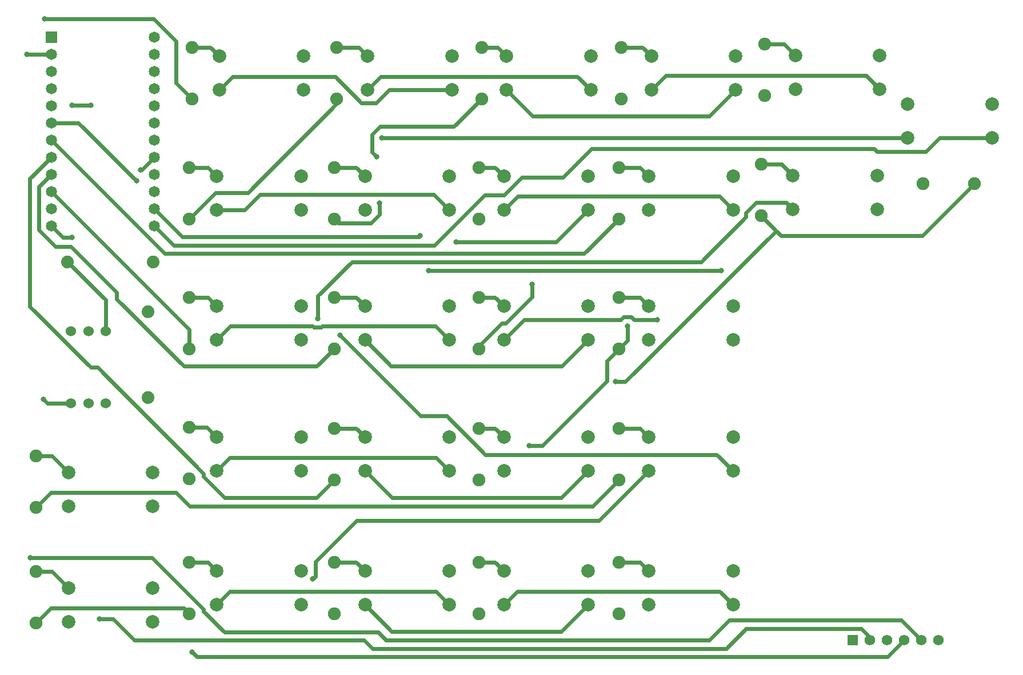
<source format=gtl>
G04 Layer: TopLayer*
G04 EasyEDA v6.1.33, Sat, 27 Apr 2019 13:28:37 GMT*
G04 c1ca82668c2d4d1491ff35bdc25fb94a,6a163e1b02164d1f80322a9964b4fc45,10*
G04 Gerber Generator version 0.2*
G04 Scale: 100 percent, Rotated: No, Reflected: No *
G04 Dimensions in inches *
G04 leading zeros omitted , absolute positions ,2 integer and 4 decimal *
%FSLAX24Y24*%
%MOIN*%
G90*
G70D02*

%ADD11C,0.024000*%
%ADD12C,0.032000*%
%ADD13C,0.065000*%
%ADD14R,0.065000X0.065000*%
%ADD15C,0.078740*%
%ADD16C,0.075000*%
%ADD17C,0.062000*%
%ADD18R,0.062000X0.062000*%
%ADD19C,0.060000*%
%ADD20C,0.074000*%

%LPD*%
G54D11*
G01X35800Y11700D02*
G01X34268Y10169D01*
G01X10767Y10169D01*
G01X9972Y10963D01*
G01X2663Y10963D01*
G01X1800Y10098D01*
G01X10900Y33901D02*
G01X9976Y34825D01*
G01X9976Y37240D01*
G01X8659Y38557D01*
G01X2300Y38557D01*
G01X44972Y26202D02*
G01X45259Y25915D01*
G01X53515Y25915D01*
G01X56550Y28950D01*
G01X44100Y27075D02*
G01X44972Y26202D01*
G01X44972Y26202D02*
G01X36184Y17413D01*
G01X35610Y17413D01*
G01X19200Y11701D02*
G01X18171Y10671D01*
G01X12793Y10671D01*
G01X11582Y11882D01*
G01X11582Y12057D01*
G01X5390Y18250D01*
G01X5003Y18250D01*
G01X1448Y21805D01*
G01X1448Y29248D01*
G01X2700Y30500D01*
G01X27650Y19326D02*
G01X27650Y19494D01*
G01X28981Y20825D01*
G01X29197Y20825D01*
G01X30721Y22348D01*
G01X30721Y23103D01*
G01X52450Y2350D02*
G01X51481Y1380D01*
G01X11189Y1380D01*
G01X10906Y1663D01*
G01X50450Y2350D02*
G01X50450Y2521D01*
G01X49950Y3021D01*
G01X43217Y3021D01*
G01X42057Y1861D01*
G01X21423Y1861D01*
G01X20943Y2342D01*
G01X7539Y2342D01*
G01X6306Y3576D01*
G01X5500Y3576D01*
G01X3846Y16150D02*
G01X2463Y16150D01*
G01X2236Y16376D01*
G01X1284Y36500D02*
G01X2700Y36500D01*
G01X53450Y2350D02*
G01X52269Y3530D01*
G01X42235Y3530D01*
G01X41075Y2369D01*
G01X22217Y2369D01*
G01X21760Y2825D01*
G01X12793Y2825D01*
G01X11582Y4034D01*
G01X11582Y4159D01*
G01X8581Y7161D01*
G01X1453Y7161D01*
G01X19531Y20127D02*
G01X24246Y15411D01*
G01X25757Y15411D01*
G01X27998Y13171D01*
G01X41504Y13171D01*
G01X42459Y12217D01*
G01X24700Y23884D02*
G01X41761Y23884D01*
G01X24198Y25913D02*
G01X24135Y25848D01*
G01X10351Y25848D01*
G01X8700Y27500D01*
G01X52638Y31615D02*
G01X21956Y31615D01*
G01X34009Y27417D02*
G01X32150Y25557D01*
G01X26315Y25557D01*
G01X45938Y27465D02*
G01X45560Y27842D01*
G01X43800Y27842D01*
G01X43214Y27257D01*
G01X43214Y27028D01*
G01X40590Y24405D01*
G01X20230Y24405D01*
G01X18231Y22407D01*
G01X18231Y21098D01*
G01X37538Y12215D02*
G01X34639Y9317D01*
G01X20500Y9317D01*
G01X18089Y6907D01*
G01X18089Y6069D01*
G01X17927Y5907D01*
G01X2700Y28500D02*
G01X10750Y20450D01*
G01X10750Y19326D01*
G01X10750Y26901D02*
G01X12278Y28430D01*
G01X14168Y28430D01*
G01X19350Y33611D01*
G01X19350Y33901D01*
G01X10750Y3901D02*
G01X10438Y4213D01*
G01X2665Y4213D01*
G01X1800Y3348D01*
G01X19200Y19326D02*
G01X18186Y18313D01*
G01X10434Y18313D01*
G01X6514Y22232D01*
G01X6514Y22626D01*
G01X3842Y25298D01*
G01X2932Y25298D01*
G01X1986Y26242D01*
G01X1986Y28786D01*
G01X2700Y29500D01*
G01X21657Y30530D02*
G01X21393Y30794D01*
G01X21393Y31813D01*
G01X21863Y32282D01*
G01X26181Y32282D01*
G01X27800Y33901D01*
G01X19200Y26901D02*
G01X19439Y26661D01*
G01X21347Y26661D01*
G01X21840Y27153D01*
G01X21840Y27811D01*
G01X35800Y26900D02*
G01X33785Y24886D01*
G01X9314Y24886D01*
G01X2700Y31500D01*
G01X36297Y20667D02*
G01X36297Y19823D01*
G01X35800Y19325D01*
G01X30586Y13694D02*
G01X31322Y13694D01*
G01X35089Y17461D01*
G01X35089Y18615D01*
G01X35800Y19325D01*
G01X57559Y31617D02*
G01X54494Y31617D01*
G01X53690Y30813D01*
G01X50854Y30813D01*
G01X50672Y30994D01*
G01X34196Y30994D01*
G01X32526Y29325D01*
G01X30142Y29325D01*
G01X29101Y28284D01*
G01X27956Y28284D01*
G01X25039Y25367D01*
G01X9832Y25367D01*
G01X8700Y26500D01*
G01X26059Y34417D02*
G01X22407Y34417D01*
G01X21652Y33661D01*
G01X20785Y33661D01*
G01X19257Y35188D01*
G01X13260Y35188D01*
G01X12488Y34415D01*
G01X10900Y36901D02*
G01X11971Y36901D01*
G01X12488Y36384D01*
G01X34159Y34417D02*
G01X33385Y35190D01*
G01X21911Y35190D01*
G01X21138Y34415D01*
G01X19350Y36901D02*
G01X20621Y36901D01*
G01X21138Y36384D01*
G01X42609Y34417D02*
G01X41072Y32880D01*
G01X30773Y32880D01*
G01X29238Y34415D01*
G01X27800Y36901D02*
G01X28721Y36901D01*
G01X29238Y36384D01*
G01X51009Y34467D02*
G01X50221Y35255D01*
G01X38527Y35255D01*
G01X37688Y34415D01*
G01X35950Y36900D02*
G01X37172Y36900D01*
G01X37688Y36384D01*
G01X44300Y37075D02*
G01X45447Y37075D01*
G01X46088Y36434D01*
G01X12338Y27415D02*
G01X13968Y27415D01*
G01X14885Y28332D01*
G01X24993Y28332D01*
G01X25909Y27417D01*
G01X10750Y29901D02*
G01X11821Y29901D01*
G01X12338Y29384D01*
G01X19200Y29901D02*
G01X20471Y29901D01*
G01X20988Y29384D01*
G01X42459Y27417D02*
G01X41655Y28221D01*
G01X29893Y28221D01*
G01X29088Y27415D01*
G01X27650Y29901D02*
G01X28571Y29901D01*
G01X29088Y29384D01*
G01X35800Y29900D02*
G01X37022Y29900D01*
G01X37538Y29384D01*
G01X44100Y30075D02*
G01X45297Y30075D01*
G01X45938Y29434D01*
G01X25909Y19842D02*
G01X25102Y20648D01*
G01X18517Y20648D01*
G01X18447Y20578D01*
G01X18015Y20578D01*
G01X17947Y20648D01*
G01X13144Y20648D01*
G01X12338Y19840D01*
G01X10750Y22326D02*
G01X11821Y22326D01*
G01X12338Y21809D01*
G01X34009Y19842D02*
G01X32478Y18311D01*
G01X22517Y18311D01*
G01X20988Y19840D01*
G01X19200Y22326D02*
G01X20471Y22326D01*
G01X20988Y21809D01*
G01X29088Y19840D02*
G01X30260Y21013D01*
G01X35909Y21013D01*
G01X36081Y21188D01*
G01X36514Y21188D01*
G01X36688Y21013D01*
G01X38029Y21013D01*
G01X27650Y22326D02*
G01X28571Y22326D01*
G01X29088Y21809D01*
G01X35800Y22325D02*
G01X37022Y22325D01*
G01X37538Y21809D01*
G01X1800Y13098D02*
G01X2723Y13098D01*
G01X3688Y12134D01*
G01X1800Y6348D02*
G01X2723Y6348D01*
G01X3688Y5384D01*
G01X25909Y12217D02*
G01X25139Y12986D01*
G01X13109Y12986D01*
G01X12338Y12215D01*
G01X10750Y14763D02*
G01X11759Y14763D01*
G01X12338Y14184D01*
G01X34009Y12217D02*
G01X32442Y10650D01*
G01X22553Y10650D01*
G01X20988Y12215D01*
G01X19200Y14701D02*
G01X20471Y14701D01*
G01X20988Y14184D01*
G01X27650Y14701D02*
G01X28571Y14701D01*
G01X29088Y14184D01*
G01X35800Y14700D02*
G01X37022Y14700D01*
G01X37538Y14184D01*
G01X25909Y4417D02*
G01X25135Y5190D01*
G01X13111Y5190D01*
G01X12338Y4415D01*
G01X10750Y6901D02*
G01X11821Y6901D01*
G01X12338Y6384D01*
G01X34009Y4417D02*
G01X32443Y2851D01*
G01X22552Y2851D01*
G01X20988Y4415D01*
G01X19200Y6901D02*
G01X20471Y6901D01*
G01X20988Y6384D01*
G01X42459Y4417D02*
G01X41685Y5190D01*
G01X29861Y5190D01*
G01X29088Y4415D01*
G01X27650Y6901D02*
G01X28571Y6901D01*
G01X29088Y6384D01*
G01X35800Y6900D02*
G01X37022Y6900D01*
G01X37538Y6384D01*
G01X3896Y33525D02*
G01X5011Y33525D01*
G01X3896Y25819D02*
G01X3380Y25819D01*
G01X2700Y26500D01*
G01X8700Y30500D02*
G01X7961Y29761D01*
G01X7917Y29761D01*
G01X2700Y32500D02*
G01X4286Y32500D01*
G01X7677Y29109D01*
G01X3650Y24400D02*
G01X5853Y22196D01*
G01X5853Y20350D01*
G54D13*
G01X2700Y26500D03*
G01X2700Y27500D03*
G01X2700Y28500D03*
G01X2700Y29500D03*
G01X2700Y30500D03*
G01X2700Y31500D03*
G01X2700Y32500D03*
G01X2700Y33500D03*
G01X2700Y34500D03*
G01X2700Y35500D03*
G01X2700Y36500D03*
G54D14*
G01X2700Y37500D03*
G54D13*
G01X8700Y37500D03*
G01X8700Y36500D03*
G01X8700Y35500D03*
G01X8700Y34500D03*
G01X8700Y33500D03*
G01X8700Y32500D03*
G01X8700Y31500D03*
G01X8700Y30500D03*
G01X8700Y29500D03*
G01X8700Y28500D03*
G01X8700Y27500D03*
G01X8700Y26500D03*
G54D15*
G01X17409Y34417D03*
G01X12488Y34415D03*
G01X17411Y36382D03*
G01X12488Y36384D03*
G01X26059Y34417D03*
G01X21138Y34415D03*
G01X26061Y36382D03*
G01X21138Y36384D03*
G01X34159Y34417D03*
G01X29238Y34415D03*
G01X34161Y36382D03*
G01X29238Y36384D03*
G01X42609Y34417D03*
G01X37688Y34415D03*
G01X42611Y36382D03*
G01X37688Y36384D03*
G01X51009Y34467D03*
G01X46088Y34465D03*
G01X51011Y36432D03*
G01X46088Y36434D03*
G01X57559Y31617D03*
G01X52638Y31615D03*
G01X57561Y33582D03*
G01X52638Y33584D03*
G01X17259Y27417D03*
G01X12338Y27415D03*
G01X17261Y29382D03*
G01X12338Y29384D03*
G01X25909Y27417D03*
G01X20988Y27415D03*
G01X25911Y29382D03*
G01X20988Y29384D03*
G01X34009Y27417D03*
G01X29088Y27415D03*
G01X34011Y29382D03*
G01X29088Y29384D03*
G01X42459Y27417D03*
G01X37538Y27415D03*
G01X42461Y29382D03*
G01X37538Y29384D03*
G01X50859Y27467D03*
G01X45938Y27465D03*
G01X50861Y29432D03*
G01X45938Y29434D03*
G01X17259Y19842D03*
G01X12338Y19840D03*
G01X17261Y21807D03*
G01X12338Y21809D03*
G01X25909Y19842D03*
G01X20988Y19840D03*
G01X25911Y21807D03*
G01X20988Y21809D03*
G01X34009Y19842D03*
G01X29088Y19840D03*
G01X34011Y21807D03*
G01X29088Y21809D03*
G01X42459Y19842D03*
G01X37538Y19840D03*
G01X42461Y21807D03*
G01X37538Y21809D03*
G01X8609Y10167D03*
G01X3688Y10165D03*
G01X8611Y12132D03*
G01X3688Y12134D03*
G01X8609Y3417D03*
G01X3688Y3415D03*
G01X8611Y5382D03*
G01X3688Y5384D03*
G01X17259Y12217D03*
G01X12338Y12215D03*
G01X17261Y14182D03*
G01X12338Y14184D03*
G01X25909Y12217D03*
G01X20988Y12215D03*
G01X25911Y14182D03*
G01X20988Y14184D03*
G01X34009Y12217D03*
G01X29088Y12215D03*
G01X34011Y14182D03*
G01X29088Y14184D03*
G01X42459Y12217D03*
G01X37538Y12215D03*
G01X42461Y14182D03*
G01X37538Y14184D03*
G01X17259Y4417D03*
G01X12338Y4415D03*
G01X17261Y6382D03*
G01X12338Y6384D03*
G01X25909Y4417D03*
G01X20988Y4415D03*
G01X25911Y6382D03*
G01X20988Y6384D03*
G01X34009Y4417D03*
G01X29088Y4415D03*
G01X34011Y6382D03*
G01X29088Y6384D03*
G01X42459Y4417D03*
G01X37538Y4415D03*
G01X42461Y6382D03*
G01X37538Y6384D03*
G54D16*
G01X10900Y33901D03*
G01X10900Y36901D03*
G01X56550Y28950D03*
G01X53550Y28950D03*
G01X44100Y27075D03*
G01X44100Y30075D03*
G01X1800Y10098D03*
G01X1800Y13098D03*
G01X35800Y11700D03*
G01X35800Y14700D03*
G01X19350Y33901D03*
G01X19350Y36901D03*
G01X10750Y26901D03*
G01X10750Y29901D03*
G01X10750Y19326D03*
G01X10750Y22326D03*
G01X1800Y3348D03*
G01X1800Y6348D03*
G01X10750Y3901D03*
G01X10750Y6901D03*
G01X27800Y33901D03*
G01X27800Y36901D03*
G01X19200Y26901D03*
G01X19200Y29901D03*
G01X19200Y19326D03*
G01X19200Y22326D03*
G01X10750Y11763D03*
G01X10750Y14763D03*
G01X19200Y3901D03*
G01X19200Y6901D03*
G01X35950Y33900D03*
G01X35950Y36900D03*
G01X27650Y26901D03*
G01X27650Y29901D03*
G01X27650Y19326D03*
G01X27650Y22326D03*
G01X19200Y11701D03*
G01X19200Y14701D03*
G01X27650Y3901D03*
G01X27650Y6901D03*
G01X44300Y34075D03*
G01X44300Y37075D03*
G01X35800Y26900D03*
G01X35800Y29900D03*
G01X35800Y19325D03*
G01X35800Y22325D03*
G01X27650Y11701D03*
G01X27650Y14701D03*
G01X35800Y3900D03*
G01X35800Y6900D03*
G54D17*
G01X54450Y2350D03*
G01X53450Y2350D03*
G01X52450Y2350D03*
G01X51450Y2350D03*
G01X50450Y2350D03*
G54D18*
G01X49450Y2350D03*
G54D19*
G01X3846Y20350D03*
G01X4869Y20350D03*
G01X5853Y20350D03*
G01X3846Y16150D03*
G01X4869Y16150D03*
G01X5853Y16150D03*
G54D20*
G01X3650Y24400D03*
G01X8650Y24400D03*
G01X8350Y16500D03*
G01X8350Y21500D03*
G54D12*
G01X2300Y38557D03*
G01X35610Y17413D03*
G01X30721Y23103D03*
G01X10906Y1663D03*
G01X5500Y3576D03*
G01X2236Y16376D03*
G01X1284Y36500D03*
G01X1453Y7161D03*
G01X19531Y20127D03*
G01X24198Y25913D03*
G01X24700Y23884D03*
G01X41761Y23884D03*
G01X21956Y31615D03*
G01X26315Y25557D03*
G01X18231Y21098D03*
G01X17927Y5907D03*
G01X21657Y30530D03*
G01X21840Y27811D03*
G01X36297Y20667D03*
G01X30586Y13694D03*
G01X38029Y21013D03*
G01X3896Y25819D03*
G01X3896Y33525D03*
G01X5011Y33525D03*
G01X7917Y29761D03*
G01X7677Y29109D03*
M00*
M02*

</source>
